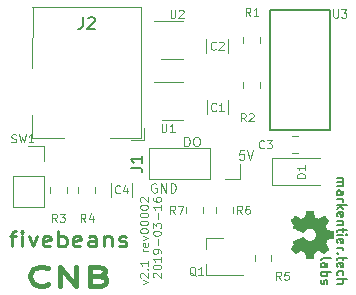
<source format=gbr>
G04 #@! TF.GenerationSoftware,KiCad,Pcbnew,(5.0.2-5)-5*
G04 #@! TF.CreationDate,2019-03-18T15:48:25+01:00*
G04 #@! TF.ProjectId,coffee-notification-button,636f6666-6565-42d6-9e6f-746966696361,00001*
G04 #@! TF.SameCoordinates,Original*
G04 #@! TF.FileFunction,Legend,Top*
G04 #@! TF.FilePolarity,Positive*
%FSLAX46Y46*%
G04 Gerber Fmt 4.6, Leading zero omitted, Abs format (unit mm)*
G04 Created by KiCad (PCBNEW (5.0.2-5)-5) date 2019 March 18, Monday 15:48:25*
%MOMM*%
%LPD*%
G01*
G04 APERTURE LIST*
%ADD10C,0.100000*%
%ADD11C,0.400000*%
%ADD12C,0.150000*%
%ADD13C,0.110000*%
%ADD14C,0.228600*%
%ADD15C,0.120000*%
%ADD16C,0.152400*%
%ADD17C,0.002540*%
G04 APERTURE END LIST*
D10*
X117031333Y-108886200D02*
X116998000Y-108852866D01*
X116964666Y-108786200D01*
X116964666Y-108619533D01*
X116998000Y-108552866D01*
X117031333Y-108519533D01*
X117098000Y-108486200D01*
X117164666Y-108486200D01*
X117264666Y-108519533D01*
X117664666Y-108919533D01*
X117664666Y-108486200D01*
X116964666Y-108052866D02*
X116964666Y-107986200D01*
X116998000Y-107919533D01*
X117031333Y-107886200D01*
X117098000Y-107852866D01*
X117231333Y-107819533D01*
X117398000Y-107819533D01*
X117531333Y-107852866D01*
X117598000Y-107886200D01*
X117631333Y-107919533D01*
X117664666Y-107986200D01*
X117664666Y-108052866D01*
X117631333Y-108119533D01*
X117598000Y-108152866D01*
X117531333Y-108186200D01*
X117398000Y-108219533D01*
X117231333Y-108219533D01*
X117098000Y-108186200D01*
X117031333Y-108152866D01*
X116998000Y-108119533D01*
X116964666Y-108052866D01*
X117664666Y-107152866D02*
X117664666Y-107552866D01*
X117664666Y-107352866D02*
X116964666Y-107352866D01*
X117064666Y-107419533D01*
X117131333Y-107486200D01*
X117164666Y-107552866D01*
X117664666Y-106819533D02*
X117664666Y-106686200D01*
X117631333Y-106619533D01*
X117598000Y-106586200D01*
X117498000Y-106519533D01*
X117364666Y-106486200D01*
X117098000Y-106486200D01*
X117031333Y-106519533D01*
X116998000Y-106552866D01*
X116964666Y-106619533D01*
X116964666Y-106752866D01*
X116998000Y-106819533D01*
X117031333Y-106852866D01*
X117098000Y-106886200D01*
X117264666Y-106886200D01*
X117331333Y-106852866D01*
X117364666Y-106819533D01*
X117398000Y-106752866D01*
X117398000Y-106619533D01*
X117364666Y-106552866D01*
X117331333Y-106519533D01*
X117264666Y-106486200D01*
X117398000Y-106186200D02*
X117398000Y-105652866D01*
X116964666Y-105186200D02*
X116964666Y-105119533D01*
X116998000Y-105052866D01*
X117031333Y-105019533D01*
X117098000Y-104986200D01*
X117231333Y-104952866D01*
X117398000Y-104952866D01*
X117531333Y-104986200D01*
X117598000Y-105019533D01*
X117631333Y-105052866D01*
X117664666Y-105119533D01*
X117664666Y-105186200D01*
X117631333Y-105252866D01*
X117598000Y-105286200D01*
X117531333Y-105319533D01*
X117398000Y-105352866D01*
X117231333Y-105352866D01*
X117098000Y-105319533D01*
X117031333Y-105286200D01*
X116998000Y-105252866D01*
X116964666Y-105186200D01*
X116964666Y-104719533D02*
X116964666Y-104286200D01*
X117231333Y-104519533D01*
X117231333Y-104419533D01*
X117264666Y-104352866D01*
X117298000Y-104319533D01*
X117364666Y-104286200D01*
X117531333Y-104286200D01*
X117598000Y-104319533D01*
X117631333Y-104352866D01*
X117664666Y-104419533D01*
X117664666Y-104619533D01*
X117631333Y-104686200D01*
X117598000Y-104719533D01*
X117398000Y-103986200D02*
X117398000Y-103452866D01*
X117664666Y-102752866D02*
X117664666Y-103152866D01*
X117664666Y-102952866D02*
X116964666Y-102952866D01*
X117064666Y-103019533D01*
X117131333Y-103086200D01*
X117164666Y-103152866D01*
X116964666Y-102152866D02*
X116964666Y-102286200D01*
X116998000Y-102352866D01*
X117031333Y-102386200D01*
X117131333Y-102452866D01*
X117264666Y-102486200D01*
X117531333Y-102486200D01*
X117598000Y-102452866D01*
X117631333Y-102419533D01*
X117664666Y-102352866D01*
X117664666Y-102219533D01*
X117631333Y-102152866D01*
X117598000Y-102119533D01*
X117531333Y-102086200D01*
X117364666Y-102086200D01*
X117298000Y-102119533D01*
X117264666Y-102152866D01*
X117231333Y-102219533D01*
X117231333Y-102352866D01*
X117264666Y-102419533D01*
X117298000Y-102452866D01*
X117364666Y-102486200D01*
D11*
X108084371Y-109435828D02*
X107970085Y-109512019D01*
X107627228Y-109588209D01*
X107398657Y-109588209D01*
X107055800Y-109512019D01*
X106827228Y-109359638D01*
X106712942Y-109207257D01*
X106598657Y-108902495D01*
X106598657Y-108673923D01*
X106712942Y-108369161D01*
X106827228Y-108216780D01*
X107055800Y-108064400D01*
X107398657Y-107988209D01*
X107627228Y-107988209D01*
X107970085Y-108064400D01*
X108084371Y-108140590D01*
X109112942Y-109588209D02*
X109112942Y-107988209D01*
X110484371Y-109588209D01*
X110484371Y-107988209D01*
X112427228Y-108750114D02*
X112770085Y-108826304D01*
X112884371Y-108902495D01*
X112998657Y-109054876D01*
X112998657Y-109283447D01*
X112884371Y-109435828D01*
X112770085Y-109512019D01*
X112541514Y-109588209D01*
X111627228Y-109588209D01*
X111627228Y-107988209D01*
X112427228Y-107988209D01*
X112655800Y-108064400D01*
X112770085Y-108140590D01*
X112884371Y-108292971D01*
X112884371Y-108445352D01*
X112770085Y-108597733D01*
X112655800Y-108673923D01*
X112427228Y-108750114D01*
X111627228Y-108750114D01*
D10*
X117246476Y-100946000D02*
X117170285Y-100907904D01*
X117056000Y-100907904D01*
X116941714Y-100946000D01*
X116865523Y-101022190D01*
X116827428Y-101098380D01*
X116789333Y-101250761D01*
X116789333Y-101365047D01*
X116827428Y-101517428D01*
X116865523Y-101593619D01*
X116941714Y-101669809D01*
X117056000Y-101707904D01*
X117132190Y-101707904D01*
X117246476Y-101669809D01*
X117284571Y-101631714D01*
X117284571Y-101365047D01*
X117132190Y-101365047D01*
X117627428Y-101707904D02*
X117627428Y-100907904D01*
X118084571Y-101707904D01*
X118084571Y-100907904D01*
X118465523Y-101707904D02*
X118465523Y-100907904D01*
X118656000Y-100907904D01*
X118770285Y-100946000D01*
X118846476Y-101022190D01*
X118884571Y-101098380D01*
X118922666Y-101250761D01*
X118922666Y-101365047D01*
X118884571Y-101517428D01*
X118846476Y-101593619D01*
X118770285Y-101669809D01*
X118656000Y-101707904D01*
X118465523Y-101707904D01*
X119640428Y-97770904D02*
X119640428Y-96970904D01*
X119830904Y-96970904D01*
X119945190Y-97009000D01*
X120021380Y-97085190D01*
X120059476Y-97161380D01*
X120097571Y-97313761D01*
X120097571Y-97428047D01*
X120059476Y-97580428D01*
X120021380Y-97656619D01*
X119945190Y-97732809D01*
X119830904Y-97770904D01*
X119640428Y-97770904D01*
X120592809Y-96970904D02*
X120745190Y-96970904D01*
X120821380Y-97009000D01*
X120897571Y-97085190D01*
X120935666Y-97237571D01*
X120935666Y-97504238D01*
X120897571Y-97656619D01*
X120821380Y-97732809D01*
X120745190Y-97770904D01*
X120592809Y-97770904D01*
X120516619Y-97732809D01*
X120440428Y-97656619D01*
X120402333Y-97504238D01*
X120402333Y-97237571D01*
X120440428Y-97085190D01*
X120516619Y-97009000D01*
X120592809Y-96970904D01*
X124688619Y-98113904D02*
X124307666Y-98113904D01*
X124269571Y-98494857D01*
X124307666Y-98456761D01*
X124383857Y-98418666D01*
X124574333Y-98418666D01*
X124650523Y-98456761D01*
X124688619Y-98494857D01*
X124726714Y-98571047D01*
X124726714Y-98761523D01*
X124688619Y-98837714D01*
X124650523Y-98875809D01*
X124574333Y-98913904D01*
X124383857Y-98913904D01*
X124307666Y-98875809D01*
X124269571Y-98837714D01*
X124955285Y-98113904D02*
X125221952Y-98913904D01*
X125488619Y-98113904D01*
D12*
X132570895Y-100500338D02*
X133104228Y-100500338D01*
X133028038Y-100500338D02*
X133066133Y-100538433D01*
X133104228Y-100614623D01*
X133104228Y-100728909D01*
X133066133Y-100805100D01*
X132989942Y-100843195D01*
X132570895Y-100843195D01*
X132989942Y-100843195D02*
X133066133Y-100881290D01*
X133104228Y-100957480D01*
X133104228Y-101071766D01*
X133066133Y-101147957D01*
X132989942Y-101186052D01*
X132570895Y-101186052D01*
X132570895Y-101909861D02*
X132989942Y-101909861D01*
X133066133Y-101871766D01*
X133104228Y-101795576D01*
X133104228Y-101643195D01*
X133066133Y-101567004D01*
X132608990Y-101909861D02*
X132570895Y-101833671D01*
X132570895Y-101643195D01*
X132608990Y-101567004D01*
X132685180Y-101528909D01*
X132761371Y-101528909D01*
X132837561Y-101567004D01*
X132875657Y-101643195D01*
X132875657Y-101833671D01*
X132913752Y-101909861D01*
X132570895Y-102290814D02*
X133104228Y-102290814D01*
X132951847Y-102290814D02*
X133028038Y-102328909D01*
X133066133Y-102367004D01*
X133104228Y-102443195D01*
X133104228Y-102519385D01*
X132570895Y-102786052D02*
X133370895Y-102786052D01*
X132875657Y-102862242D02*
X132570895Y-103090814D01*
X133104228Y-103090814D02*
X132799466Y-102786052D01*
X132608990Y-103738433D02*
X132570895Y-103662242D01*
X132570895Y-103509861D01*
X132608990Y-103433671D01*
X132685180Y-103395576D01*
X132989942Y-103395576D01*
X133066133Y-103433671D01*
X133104228Y-103509861D01*
X133104228Y-103662242D01*
X133066133Y-103738433D01*
X132989942Y-103776528D01*
X132913752Y-103776528D01*
X132837561Y-103395576D01*
X133104228Y-104119385D02*
X132570895Y-104119385D01*
X133028038Y-104119385D02*
X133066133Y-104157480D01*
X133104228Y-104233671D01*
X133104228Y-104347957D01*
X133066133Y-104424147D01*
X132989942Y-104462242D01*
X132570895Y-104462242D01*
X133104228Y-104728909D02*
X133104228Y-105033671D01*
X133370895Y-104843195D02*
X132685180Y-104843195D01*
X132608990Y-104881290D01*
X132570895Y-104957480D01*
X132570895Y-105033671D01*
X132570895Y-105300338D02*
X133104228Y-105300338D01*
X133370895Y-105300338D02*
X133332800Y-105262242D01*
X133294704Y-105300338D01*
X133332800Y-105338433D01*
X133370895Y-105300338D01*
X133294704Y-105300338D01*
X132608990Y-105986052D02*
X132570895Y-105909861D01*
X132570895Y-105757480D01*
X132608990Y-105681290D01*
X132685180Y-105643195D01*
X132989942Y-105643195D01*
X133066133Y-105681290D01*
X133104228Y-105757480D01*
X133104228Y-105909861D01*
X133066133Y-105986052D01*
X132989942Y-106024147D01*
X132913752Y-106024147D01*
X132837561Y-105643195D01*
X132570895Y-106367004D02*
X133104228Y-106367004D01*
X132951847Y-106367004D02*
X133028038Y-106405100D01*
X133066133Y-106443195D01*
X133104228Y-106519385D01*
X133104228Y-106595576D01*
X132647085Y-106862242D02*
X132608990Y-106900338D01*
X132570895Y-106862242D01*
X132608990Y-106824147D01*
X132647085Y-106862242D01*
X132570895Y-106862242D01*
X133104228Y-107128909D02*
X133104228Y-107433671D01*
X133370895Y-107243195D02*
X132685180Y-107243195D01*
X132608990Y-107281290D01*
X132570895Y-107357480D01*
X132570895Y-107433671D01*
X132608990Y-108005100D02*
X132570895Y-107928909D01*
X132570895Y-107776528D01*
X132608990Y-107700338D01*
X132685180Y-107662242D01*
X132989942Y-107662242D01*
X133066133Y-107700338D01*
X133104228Y-107776528D01*
X133104228Y-107928909D01*
X133066133Y-108005100D01*
X132989942Y-108043195D01*
X132913752Y-108043195D01*
X132837561Y-107662242D01*
X132608990Y-108728909D02*
X132570895Y-108652719D01*
X132570895Y-108500338D01*
X132608990Y-108424147D01*
X132647085Y-108386052D01*
X132723276Y-108347957D01*
X132951847Y-108347957D01*
X133028038Y-108386052D01*
X133066133Y-108424147D01*
X133104228Y-108500338D01*
X133104228Y-108652719D01*
X133066133Y-108728909D01*
X132570895Y-109071766D02*
X133370895Y-109071766D01*
X132570895Y-109414623D02*
X132989942Y-109414623D01*
X133066133Y-109376528D01*
X133104228Y-109300338D01*
X133104228Y-109186052D01*
X133066133Y-109109861D01*
X133028038Y-109071766D01*
X131220895Y-107395576D02*
X131258990Y-107319385D01*
X131335180Y-107281290D01*
X132020895Y-107281290D01*
X131220895Y-108043195D02*
X131639942Y-108043195D01*
X131716133Y-108005100D01*
X131754228Y-107928909D01*
X131754228Y-107776528D01*
X131716133Y-107700338D01*
X131258990Y-108043195D02*
X131220895Y-107967004D01*
X131220895Y-107776528D01*
X131258990Y-107700338D01*
X131335180Y-107662242D01*
X131411371Y-107662242D01*
X131487561Y-107700338D01*
X131525657Y-107776528D01*
X131525657Y-107967004D01*
X131563752Y-108043195D01*
X131220895Y-108424147D02*
X132020895Y-108424147D01*
X131716133Y-108424147D02*
X131754228Y-108500338D01*
X131754228Y-108652719D01*
X131716133Y-108728909D01*
X131678038Y-108767004D01*
X131601847Y-108805100D01*
X131373276Y-108805100D01*
X131297085Y-108767004D01*
X131258990Y-108728909D01*
X131220895Y-108652719D01*
X131220895Y-108500338D01*
X131258990Y-108424147D01*
X131258990Y-109109861D02*
X131220895Y-109186052D01*
X131220895Y-109338433D01*
X131258990Y-109414623D01*
X131335180Y-109452719D01*
X131373276Y-109452719D01*
X131449466Y-109414623D01*
X131487561Y-109338433D01*
X131487561Y-109224147D01*
X131525657Y-109147957D01*
X131601847Y-109109861D01*
X131639942Y-109109861D01*
X131716133Y-109147957D01*
X131754228Y-109224147D01*
X131754228Y-109338433D01*
X131716133Y-109414623D01*
D13*
X116105800Y-109480300D02*
X116572466Y-109313633D01*
X116105800Y-109146966D01*
X115939133Y-108913633D02*
X115905800Y-108880300D01*
X115872466Y-108813633D01*
X115872466Y-108646966D01*
X115905800Y-108580300D01*
X115939133Y-108546966D01*
X116005800Y-108513633D01*
X116072466Y-108513633D01*
X116172466Y-108546966D01*
X116572466Y-108946966D01*
X116572466Y-108513633D01*
X116505800Y-108213633D02*
X116539133Y-108180300D01*
X116572466Y-108213633D01*
X116539133Y-108246966D01*
X116505800Y-108213633D01*
X116572466Y-108213633D01*
X116572466Y-107513633D02*
X116572466Y-107913633D01*
X116572466Y-107713633D02*
X115872466Y-107713633D01*
X115972466Y-107780300D01*
X116039133Y-107846966D01*
X116072466Y-107913633D01*
X116572466Y-106680300D02*
X116105800Y-106680300D01*
X116239133Y-106680300D02*
X116172466Y-106646966D01*
X116139133Y-106613633D01*
X116105800Y-106546966D01*
X116105800Y-106480300D01*
X116539133Y-105980300D02*
X116572466Y-106046966D01*
X116572466Y-106180300D01*
X116539133Y-106246966D01*
X116472466Y-106280300D01*
X116205800Y-106280300D01*
X116139133Y-106246966D01*
X116105800Y-106180300D01*
X116105800Y-106046966D01*
X116139133Y-105980300D01*
X116205800Y-105946966D01*
X116272466Y-105946966D01*
X116339133Y-106280300D01*
X116105800Y-105713633D02*
X116572466Y-105546966D01*
X116105800Y-105380300D01*
X115872466Y-104980300D02*
X115872466Y-104913633D01*
X115905800Y-104846966D01*
X115939133Y-104813633D01*
X116005800Y-104780300D01*
X116139133Y-104746966D01*
X116305800Y-104746966D01*
X116439133Y-104780300D01*
X116505800Y-104813633D01*
X116539133Y-104846966D01*
X116572466Y-104913633D01*
X116572466Y-104980300D01*
X116539133Y-105046966D01*
X116505800Y-105080300D01*
X116439133Y-105113633D01*
X116305800Y-105146966D01*
X116139133Y-105146966D01*
X116005800Y-105113633D01*
X115939133Y-105080300D01*
X115905800Y-105046966D01*
X115872466Y-104980300D01*
X115872466Y-104313633D02*
X115872466Y-104246966D01*
X115905800Y-104180300D01*
X115939133Y-104146966D01*
X116005800Y-104113633D01*
X116139133Y-104080300D01*
X116305800Y-104080300D01*
X116439133Y-104113633D01*
X116505800Y-104146966D01*
X116539133Y-104180300D01*
X116572466Y-104246966D01*
X116572466Y-104313633D01*
X116539133Y-104380300D01*
X116505800Y-104413633D01*
X116439133Y-104446966D01*
X116305800Y-104480300D01*
X116139133Y-104480300D01*
X116005800Y-104446966D01*
X115939133Y-104413633D01*
X115905800Y-104380300D01*
X115872466Y-104313633D01*
X115872466Y-103646966D02*
X115872466Y-103580300D01*
X115905800Y-103513633D01*
X115939133Y-103480300D01*
X116005800Y-103446966D01*
X116139133Y-103413633D01*
X116305800Y-103413633D01*
X116439133Y-103446966D01*
X116505800Y-103480300D01*
X116539133Y-103513633D01*
X116572466Y-103580300D01*
X116572466Y-103646966D01*
X116539133Y-103713633D01*
X116505800Y-103746966D01*
X116439133Y-103780300D01*
X116305800Y-103813633D01*
X116139133Y-103813633D01*
X116005800Y-103780300D01*
X115939133Y-103746966D01*
X115905800Y-103713633D01*
X115872466Y-103646966D01*
X115872466Y-102980300D02*
X115872466Y-102913633D01*
X115905800Y-102846966D01*
X115939133Y-102813633D01*
X116005800Y-102780300D01*
X116139133Y-102746966D01*
X116305800Y-102746966D01*
X116439133Y-102780300D01*
X116505800Y-102813633D01*
X116539133Y-102846966D01*
X116572466Y-102913633D01*
X116572466Y-102980300D01*
X116539133Y-103046966D01*
X116505800Y-103080300D01*
X116439133Y-103113633D01*
X116305800Y-103146966D01*
X116139133Y-103146966D01*
X116005800Y-103113633D01*
X115939133Y-103080300D01*
X115905800Y-103046966D01*
X115872466Y-102980300D01*
X115939133Y-102480300D02*
X115905800Y-102446966D01*
X115872466Y-102380300D01*
X115872466Y-102213633D01*
X115905800Y-102146966D01*
X115939133Y-102113633D01*
X116005800Y-102080300D01*
X116072466Y-102080300D01*
X116172466Y-102113633D01*
X116572466Y-102513633D01*
X116572466Y-102080300D01*
D14*
X104861057Y-105417257D02*
X105417438Y-105417257D01*
X105069700Y-106263923D02*
X105069700Y-105175352D01*
X105139248Y-105054400D01*
X105278343Y-104993923D01*
X105417438Y-104993923D01*
X105904271Y-106263923D02*
X105904271Y-105417257D01*
X105904271Y-104993923D02*
X105834724Y-105054400D01*
X105904271Y-105114876D01*
X105973819Y-105054400D01*
X105904271Y-104993923D01*
X105904271Y-105114876D01*
X106460652Y-105417257D02*
X106808390Y-106263923D01*
X107156129Y-105417257D01*
X108268890Y-106203447D02*
X108129795Y-106263923D01*
X107851605Y-106263923D01*
X107712510Y-106203447D01*
X107642962Y-106082495D01*
X107642962Y-105598685D01*
X107712510Y-105477733D01*
X107851605Y-105417257D01*
X108129795Y-105417257D01*
X108268890Y-105477733D01*
X108338438Y-105598685D01*
X108338438Y-105719638D01*
X107642962Y-105840590D01*
X108964367Y-106263923D02*
X108964367Y-104993923D01*
X108964367Y-105477733D02*
X109103462Y-105417257D01*
X109381652Y-105417257D01*
X109520748Y-105477733D01*
X109590295Y-105538209D01*
X109659843Y-105659161D01*
X109659843Y-106022019D01*
X109590295Y-106142971D01*
X109520748Y-106203447D01*
X109381652Y-106263923D01*
X109103462Y-106263923D01*
X108964367Y-106203447D01*
X110842152Y-106203447D02*
X110703057Y-106263923D01*
X110424867Y-106263923D01*
X110285771Y-106203447D01*
X110216224Y-106082495D01*
X110216224Y-105598685D01*
X110285771Y-105477733D01*
X110424867Y-105417257D01*
X110703057Y-105417257D01*
X110842152Y-105477733D01*
X110911700Y-105598685D01*
X110911700Y-105719638D01*
X110216224Y-105840590D01*
X112163557Y-106263923D02*
X112163557Y-105598685D01*
X112094010Y-105477733D01*
X111954914Y-105417257D01*
X111676724Y-105417257D01*
X111537629Y-105477733D01*
X112163557Y-106203447D02*
X112024462Y-106263923D01*
X111676724Y-106263923D01*
X111537629Y-106203447D01*
X111468081Y-106082495D01*
X111468081Y-105961542D01*
X111537629Y-105840590D01*
X111676724Y-105780114D01*
X112024462Y-105780114D01*
X112163557Y-105719638D01*
X112859033Y-105417257D02*
X112859033Y-106263923D01*
X112859033Y-105538209D02*
X112928581Y-105477733D01*
X113067676Y-105417257D01*
X113276319Y-105417257D01*
X113415414Y-105477733D01*
X113484962Y-105598685D01*
X113484962Y-106263923D01*
X114110890Y-106203447D02*
X114249986Y-106263923D01*
X114528176Y-106263923D01*
X114667271Y-106203447D01*
X114736819Y-106082495D01*
X114736819Y-106022019D01*
X114667271Y-105901066D01*
X114528176Y-105840590D01*
X114319533Y-105840590D01*
X114180438Y-105780114D01*
X114110890Y-105659161D01*
X114110890Y-105598685D01*
X114180438Y-105477733D01*
X114319533Y-105417257D01*
X114528176Y-105417257D01*
X114667271Y-105477733D01*
D15*
G04 #@! TO.C,C4*
X115210000Y-100870936D02*
X115210000Y-102075064D01*
X113390000Y-100870936D02*
X113390000Y-102075064D01*
G04 #@! TO.C,J2*
X115979000Y-97071000D02*
X113379000Y-97071000D01*
X115976400Y-86011000D02*
X115979000Y-97071000D01*
X106779000Y-97071000D02*
X106779000Y-95171000D01*
X109479000Y-97071000D02*
X106779000Y-97071000D01*
X106779000Y-86011000D02*
X115979000Y-86011000D01*
X106779000Y-91171000D02*
X106781600Y-86011000D01*
X116179000Y-96221000D02*
X116179000Y-97271000D01*
X115129000Y-97271000D02*
X116179000Y-97271000D01*
D16*
G04 #@! TO.C,U3*
X129413000Y-86233000D02*
X126873000Y-86233000D01*
X126873000Y-86233000D02*
X126873000Y-88773000D01*
X126873000Y-88773000D02*
X126873000Y-96393000D01*
X126873000Y-96393000D02*
X131953000Y-96393000D01*
X131953000Y-96393000D02*
X131953000Y-86233000D01*
X131953000Y-86233000D02*
X129413000Y-86233000D01*
D15*
G04 #@! TO.C,C3*
X128770748Y-96953000D02*
X129293252Y-96953000D01*
X128770748Y-98373000D02*
X129293252Y-98373000D01*
G04 #@! TO.C,C2*
X121494775Y-88709451D02*
X121494775Y-89913579D01*
X123314775Y-88709451D02*
X123314775Y-89913579D01*
G04 #@! TO.C,C1*
X123338000Y-93885936D02*
X123338000Y-95090064D01*
X121518000Y-93885936D02*
X121518000Y-95090064D01*
G04 #@! TO.C,D1*
X131140000Y-98814000D02*
X127080000Y-98814000D01*
X127080000Y-98814000D02*
X127080000Y-101084000D01*
X127080000Y-101084000D02*
X131140000Y-101084000D01*
G04 #@! TO.C,U2*
X119494775Y-87193515D02*
X117044775Y-87193515D01*
X117694775Y-90413515D02*
X119494775Y-90413515D01*
G04 #@! TO.C,U1*
X117718000Y-95590000D02*
X119518000Y-95590000D01*
X119518000Y-92370000D02*
X117068000Y-92370000D01*
G04 #@! TO.C,R5*
X125578708Y-107503945D02*
X125578708Y-106981441D01*
X126998708Y-107503945D02*
X126998708Y-106981441D01*
G04 #@! TO.C,R4*
X110669000Y-101211748D02*
X110669000Y-101734252D01*
X112089000Y-101211748D02*
X112089000Y-101734252D01*
G04 #@! TO.C,R3*
X109676000Y-101211748D02*
X109676000Y-101734252D01*
X108256000Y-101211748D02*
X108256000Y-101734252D01*
G04 #@! TO.C,R2*
X126059000Y-92844252D02*
X126059000Y-92321748D01*
X124639000Y-92844252D02*
X124639000Y-92321748D01*
G04 #@! TO.C,R1*
X126059000Y-88511748D02*
X126059000Y-89034252D01*
X124639000Y-88511748D02*
X124639000Y-89034252D01*
G04 #@! TO.C,SW1*
X106426000Y-97730000D02*
X107756000Y-97730000D01*
X107756000Y-97730000D02*
X107756000Y-99060000D01*
X107756000Y-100330000D02*
X107756000Y-102930000D01*
X105096000Y-102930000D02*
X107756000Y-102930000D01*
X105096000Y-100330000D02*
X105096000Y-102930000D01*
X105096000Y-100330000D02*
X107756000Y-100330000D01*
G04 #@! TO.C,J1*
X121787965Y-97929572D02*
X121787965Y-100589572D01*
X121787965Y-97929572D02*
X116647965Y-97929572D01*
X116647965Y-97929572D02*
X116647965Y-100589572D01*
X121787965Y-100589572D02*
X116647965Y-100589572D01*
X124387965Y-100589572D02*
X123057965Y-100589572D01*
X124387965Y-99259572D02*
X124387965Y-100589572D01*
G04 #@! TO.C,Q1*
X121464708Y-105535693D02*
X121464708Y-106465693D01*
X121464708Y-108695693D02*
X121464708Y-107765693D01*
X121464708Y-108695693D02*
X124624708Y-108695693D01*
X121464708Y-105535693D02*
X122924708Y-105535693D01*
G04 #@! TO.C,R6*
X122347965Y-102935320D02*
X122347965Y-103457824D01*
X123767965Y-102935320D02*
X123767965Y-103457824D01*
G04 #@! TO.C,R7*
X121227965Y-102935320D02*
X121227965Y-103457824D01*
X119807965Y-102935320D02*
X119807965Y-103457824D01*
D17*
G04 #@! TO.C,G\002A\002A\002A*
G36*
X128633220Y-106469180D02*
X128643380Y-106448860D01*
X128673860Y-106400600D01*
X128717040Y-106334560D01*
X128770380Y-106255820D01*
X128823720Y-106177080D01*
X128866900Y-106111040D01*
X128897380Y-106065320D01*
X128907540Y-106047540D01*
X128905000Y-106037380D01*
X128884680Y-105999280D01*
X128856740Y-105943400D01*
X128841500Y-105912920D01*
X128818640Y-105862120D01*
X128813560Y-105836720D01*
X128821180Y-105834180D01*
X128859280Y-105813860D01*
X128925320Y-105785920D01*
X129011680Y-105747820D01*
X129113280Y-105704640D01*
X129222500Y-105658920D01*
X129334260Y-105613200D01*
X129440940Y-105567480D01*
X129537460Y-105529380D01*
X129613660Y-105496360D01*
X129669540Y-105476040D01*
X129692400Y-105468420D01*
X129697480Y-105470960D01*
X129720340Y-105496360D01*
X129753360Y-105539540D01*
X129832100Y-105636060D01*
X129948940Y-105727500D01*
X130081020Y-105785920D01*
X130228340Y-105803700D01*
X130362960Y-105788460D01*
X130492500Y-105735120D01*
X130611880Y-105643680D01*
X130698240Y-105531920D01*
X130754120Y-105402380D01*
X130771900Y-105257600D01*
X130756660Y-105117900D01*
X130703320Y-104985820D01*
X130614420Y-104866440D01*
X130556000Y-104818180D01*
X130436620Y-104749600D01*
X130309620Y-104708960D01*
X130279140Y-104706420D01*
X130136900Y-104711500D01*
X130002280Y-104752140D01*
X129882900Y-104825800D01*
X129783840Y-104929940D01*
X129773680Y-104942640D01*
X129738120Y-104990900D01*
X129715260Y-105021380D01*
X129694940Y-105046780D01*
X129263140Y-104868980D01*
X129194560Y-104841040D01*
X129077720Y-104790240D01*
X128976120Y-104747060D01*
X128894840Y-104714040D01*
X128841500Y-104688640D01*
X128818640Y-104678480D01*
X128816100Y-104663240D01*
X128828800Y-104630220D01*
X128856740Y-104569260D01*
X128877060Y-104528620D01*
X128899920Y-104482900D01*
X128907540Y-104462580D01*
X128897380Y-104444800D01*
X128869440Y-104401620D01*
X128826260Y-104338120D01*
X128775460Y-104261920D01*
X128724660Y-104188260D01*
X128678940Y-104119680D01*
X128648460Y-104071420D01*
X128635760Y-104046020D01*
X128635760Y-104043480D01*
X128648460Y-104023160D01*
X128678940Y-103982520D01*
X128734820Y-103924100D01*
X128816100Y-103842820D01*
X128828800Y-103830120D01*
X128899920Y-103761540D01*
X128958340Y-103705660D01*
X128998980Y-103667560D01*
X129016760Y-103654860D01*
X129042160Y-103667560D01*
X129090420Y-103698040D01*
X129159000Y-103743760D01*
X129237740Y-103797100D01*
X129446020Y-103939340D01*
X129641600Y-103860600D01*
X129700020Y-103837740D01*
X129773680Y-103807260D01*
X129824480Y-103784400D01*
X129847340Y-103771700D01*
X129854960Y-103751380D01*
X129867660Y-103698040D01*
X129885440Y-103619300D01*
X129900680Y-103527860D01*
X129918460Y-103438960D01*
X129933700Y-103360220D01*
X129943860Y-103301800D01*
X129948940Y-103276400D01*
X129954020Y-103271320D01*
X129966720Y-103266240D01*
X129992120Y-103261160D01*
X130040380Y-103261160D01*
X130116580Y-103258620D01*
X130228340Y-103258620D01*
X130238500Y-103258620D01*
X130345180Y-103261160D01*
X130429000Y-103261160D01*
X130482340Y-103263700D01*
X130502660Y-103268780D01*
X130510280Y-103294180D01*
X130520440Y-103350060D01*
X130538220Y-103428800D01*
X130556000Y-103525320D01*
X130556000Y-103530400D01*
X130573780Y-103624380D01*
X130591560Y-103703120D01*
X130604260Y-103759000D01*
X130611880Y-103781860D01*
X130616960Y-103786940D01*
X130655060Y-103807260D01*
X130713480Y-103835200D01*
X130784600Y-103865680D01*
X130858260Y-103896160D01*
X130926840Y-103924100D01*
X130975100Y-103941880D01*
X130997960Y-103946960D01*
X131020820Y-103931720D01*
X131071620Y-103898700D01*
X131137660Y-103852980D01*
X131218940Y-103797100D01*
X131226560Y-103794560D01*
X131305300Y-103738680D01*
X131373880Y-103695500D01*
X131422140Y-103665020D01*
X131442460Y-103654860D01*
X131445000Y-103654860D01*
X131467860Y-103672640D01*
X131513580Y-103713280D01*
X131574540Y-103771700D01*
X131645660Y-103842820D01*
X131665980Y-103865680D01*
X131742180Y-103941880D01*
X131792980Y-103995220D01*
X131818380Y-104030780D01*
X131826000Y-104046020D01*
X131823460Y-104046020D01*
X131810760Y-104071420D01*
X131777740Y-104122220D01*
X131729480Y-104190800D01*
X131676140Y-104272080D01*
X131671060Y-104277160D01*
X131617720Y-104355900D01*
X131572000Y-104421940D01*
X131541520Y-104470200D01*
X131528820Y-104490520D01*
X131528820Y-104495600D01*
X131538980Y-104526080D01*
X131556760Y-104584500D01*
X131584700Y-104653080D01*
X131615180Y-104726740D01*
X131643120Y-104795320D01*
X131665980Y-104846120D01*
X131678680Y-104868980D01*
X131681220Y-104868980D01*
X131709160Y-104879140D01*
X131770120Y-104891840D01*
X131851400Y-104909620D01*
X131950460Y-104927400D01*
X131965700Y-104929940D01*
X132059680Y-104947720D01*
X132138420Y-104962960D01*
X132194300Y-104975660D01*
X132217160Y-104980740D01*
X132219700Y-104993440D01*
X132222240Y-105041700D01*
X132224780Y-105112820D01*
X132224780Y-105199180D01*
X132224780Y-105288080D01*
X132222240Y-105374440D01*
X132219700Y-105450640D01*
X132217160Y-105503980D01*
X132212080Y-105526840D01*
X132209540Y-105529380D01*
X132181600Y-105537000D01*
X132120640Y-105549700D01*
X132039360Y-105567480D01*
X131940300Y-105585260D01*
X131922520Y-105587800D01*
X131828540Y-105605580D01*
X131749800Y-105623360D01*
X131696460Y-105633520D01*
X131676140Y-105641140D01*
X131671060Y-105648760D01*
X131653280Y-105686860D01*
X131627880Y-105750360D01*
X131594860Y-105831640D01*
X131521200Y-106014520D01*
X131676140Y-106238040D01*
X131688840Y-106258360D01*
X131744720Y-106339640D01*
X131787900Y-106405680D01*
X131818380Y-106451400D01*
X131828540Y-106471720D01*
X131808220Y-106494580D01*
X131767580Y-106540300D01*
X131706620Y-106601260D01*
X131638040Y-106669840D01*
X131584700Y-106723180D01*
X131521200Y-106784140D01*
X131480560Y-106824780D01*
X131452620Y-106845100D01*
X131434840Y-106852720D01*
X131424680Y-106850180D01*
X131401820Y-106837480D01*
X131353560Y-106804460D01*
X131284980Y-106758740D01*
X131206240Y-106702860D01*
X131137660Y-106657140D01*
X131064000Y-106608880D01*
X131010660Y-106578400D01*
X130982720Y-106565700D01*
X130972560Y-106568240D01*
X130929380Y-106586020D01*
X130860800Y-106611420D01*
X130782060Y-106644440D01*
X130604260Y-106723180D01*
X130583940Y-106840020D01*
X130568700Y-106911140D01*
X130550920Y-107010200D01*
X130533140Y-107104180D01*
X130502660Y-107251500D01*
X129964180Y-107256580D01*
X129954020Y-107233720D01*
X129946400Y-107210860D01*
X129936240Y-107157520D01*
X129921000Y-107078780D01*
X129903220Y-106987340D01*
X129887980Y-106908600D01*
X129872740Y-106829860D01*
X129862580Y-106773980D01*
X129857500Y-106748580D01*
X129847340Y-106740960D01*
X129809240Y-106720640D01*
X129748280Y-106692700D01*
X129674620Y-106662220D01*
X129600960Y-106631740D01*
X129529840Y-106603800D01*
X129476500Y-106583480D01*
X129448560Y-106575860D01*
X129428240Y-106586020D01*
X129382520Y-106616500D01*
X129316480Y-106659680D01*
X129237740Y-106713020D01*
X129159000Y-106768900D01*
X129090420Y-106812080D01*
X129042160Y-106845100D01*
X129021840Y-106857800D01*
X129006600Y-106850180D01*
X128968500Y-106819700D01*
X128907540Y-106761280D01*
X128818640Y-106672380D01*
X128805940Y-106657140D01*
X128737360Y-106588560D01*
X128684020Y-106527600D01*
X128645920Y-106486960D01*
X128633220Y-106469180D01*
X128633220Y-106469180D01*
G37*
X128633220Y-106469180D02*
X128643380Y-106448860D01*
X128673860Y-106400600D01*
X128717040Y-106334560D01*
X128770380Y-106255820D01*
X128823720Y-106177080D01*
X128866900Y-106111040D01*
X128897380Y-106065320D01*
X128907540Y-106047540D01*
X128905000Y-106037380D01*
X128884680Y-105999280D01*
X128856740Y-105943400D01*
X128841500Y-105912920D01*
X128818640Y-105862120D01*
X128813560Y-105836720D01*
X128821180Y-105834180D01*
X128859280Y-105813860D01*
X128925320Y-105785920D01*
X129011680Y-105747820D01*
X129113280Y-105704640D01*
X129222500Y-105658920D01*
X129334260Y-105613200D01*
X129440940Y-105567480D01*
X129537460Y-105529380D01*
X129613660Y-105496360D01*
X129669540Y-105476040D01*
X129692400Y-105468420D01*
X129697480Y-105470960D01*
X129720340Y-105496360D01*
X129753360Y-105539540D01*
X129832100Y-105636060D01*
X129948940Y-105727500D01*
X130081020Y-105785920D01*
X130228340Y-105803700D01*
X130362960Y-105788460D01*
X130492500Y-105735120D01*
X130611880Y-105643680D01*
X130698240Y-105531920D01*
X130754120Y-105402380D01*
X130771900Y-105257600D01*
X130756660Y-105117900D01*
X130703320Y-104985820D01*
X130614420Y-104866440D01*
X130556000Y-104818180D01*
X130436620Y-104749600D01*
X130309620Y-104708960D01*
X130279140Y-104706420D01*
X130136900Y-104711500D01*
X130002280Y-104752140D01*
X129882900Y-104825800D01*
X129783840Y-104929940D01*
X129773680Y-104942640D01*
X129738120Y-104990900D01*
X129715260Y-105021380D01*
X129694940Y-105046780D01*
X129263140Y-104868980D01*
X129194560Y-104841040D01*
X129077720Y-104790240D01*
X128976120Y-104747060D01*
X128894840Y-104714040D01*
X128841500Y-104688640D01*
X128818640Y-104678480D01*
X128816100Y-104663240D01*
X128828800Y-104630220D01*
X128856740Y-104569260D01*
X128877060Y-104528620D01*
X128899920Y-104482900D01*
X128907540Y-104462580D01*
X128897380Y-104444800D01*
X128869440Y-104401620D01*
X128826260Y-104338120D01*
X128775460Y-104261920D01*
X128724660Y-104188260D01*
X128678940Y-104119680D01*
X128648460Y-104071420D01*
X128635760Y-104046020D01*
X128635760Y-104043480D01*
X128648460Y-104023160D01*
X128678940Y-103982520D01*
X128734820Y-103924100D01*
X128816100Y-103842820D01*
X128828800Y-103830120D01*
X128899920Y-103761540D01*
X128958340Y-103705660D01*
X128998980Y-103667560D01*
X129016760Y-103654860D01*
X129042160Y-103667560D01*
X129090420Y-103698040D01*
X129159000Y-103743760D01*
X129237740Y-103797100D01*
X129446020Y-103939340D01*
X129641600Y-103860600D01*
X129700020Y-103837740D01*
X129773680Y-103807260D01*
X129824480Y-103784400D01*
X129847340Y-103771700D01*
X129854960Y-103751380D01*
X129867660Y-103698040D01*
X129885440Y-103619300D01*
X129900680Y-103527860D01*
X129918460Y-103438960D01*
X129933700Y-103360220D01*
X129943860Y-103301800D01*
X129948940Y-103276400D01*
X129954020Y-103271320D01*
X129966720Y-103266240D01*
X129992120Y-103261160D01*
X130040380Y-103261160D01*
X130116580Y-103258620D01*
X130228340Y-103258620D01*
X130238500Y-103258620D01*
X130345180Y-103261160D01*
X130429000Y-103261160D01*
X130482340Y-103263700D01*
X130502660Y-103268780D01*
X130510280Y-103294180D01*
X130520440Y-103350060D01*
X130538220Y-103428800D01*
X130556000Y-103525320D01*
X130556000Y-103530400D01*
X130573780Y-103624380D01*
X130591560Y-103703120D01*
X130604260Y-103759000D01*
X130611880Y-103781860D01*
X130616960Y-103786940D01*
X130655060Y-103807260D01*
X130713480Y-103835200D01*
X130784600Y-103865680D01*
X130858260Y-103896160D01*
X130926840Y-103924100D01*
X130975100Y-103941880D01*
X130997960Y-103946960D01*
X131020820Y-103931720D01*
X131071620Y-103898700D01*
X131137660Y-103852980D01*
X131218940Y-103797100D01*
X131226560Y-103794560D01*
X131305300Y-103738680D01*
X131373880Y-103695500D01*
X131422140Y-103665020D01*
X131442460Y-103654860D01*
X131445000Y-103654860D01*
X131467860Y-103672640D01*
X131513580Y-103713280D01*
X131574540Y-103771700D01*
X131645660Y-103842820D01*
X131665980Y-103865680D01*
X131742180Y-103941880D01*
X131792980Y-103995220D01*
X131818380Y-104030780D01*
X131826000Y-104046020D01*
X131823460Y-104046020D01*
X131810760Y-104071420D01*
X131777740Y-104122220D01*
X131729480Y-104190800D01*
X131676140Y-104272080D01*
X131671060Y-104277160D01*
X131617720Y-104355900D01*
X131572000Y-104421940D01*
X131541520Y-104470200D01*
X131528820Y-104490520D01*
X131528820Y-104495600D01*
X131538980Y-104526080D01*
X131556760Y-104584500D01*
X131584700Y-104653080D01*
X131615180Y-104726740D01*
X131643120Y-104795320D01*
X131665980Y-104846120D01*
X131678680Y-104868980D01*
X131681220Y-104868980D01*
X131709160Y-104879140D01*
X131770120Y-104891840D01*
X131851400Y-104909620D01*
X131950460Y-104927400D01*
X131965700Y-104929940D01*
X132059680Y-104947720D01*
X132138420Y-104962960D01*
X132194300Y-104975660D01*
X132217160Y-104980740D01*
X132219700Y-104993440D01*
X132222240Y-105041700D01*
X132224780Y-105112820D01*
X132224780Y-105199180D01*
X132224780Y-105288080D01*
X132222240Y-105374440D01*
X132219700Y-105450640D01*
X132217160Y-105503980D01*
X132212080Y-105526840D01*
X132209540Y-105529380D01*
X132181600Y-105537000D01*
X132120640Y-105549700D01*
X132039360Y-105567480D01*
X131940300Y-105585260D01*
X131922520Y-105587800D01*
X131828540Y-105605580D01*
X131749800Y-105623360D01*
X131696460Y-105633520D01*
X131676140Y-105641140D01*
X131671060Y-105648760D01*
X131653280Y-105686860D01*
X131627880Y-105750360D01*
X131594860Y-105831640D01*
X131521200Y-106014520D01*
X131676140Y-106238040D01*
X131688840Y-106258360D01*
X131744720Y-106339640D01*
X131787900Y-106405680D01*
X131818380Y-106451400D01*
X131828540Y-106471720D01*
X131808220Y-106494580D01*
X131767580Y-106540300D01*
X131706620Y-106601260D01*
X131638040Y-106669840D01*
X131584700Y-106723180D01*
X131521200Y-106784140D01*
X131480560Y-106824780D01*
X131452620Y-106845100D01*
X131434840Y-106852720D01*
X131424680Y-106850180D01*
X131401820Y-106837480D01*
X131353560Y-106804460D01*
X131284980Y-106758740D01*
X131206240Y-106702860D01*
X131137660Y-106657140D01*
X131064000Y-106608880D01*
X131010660Y-106578400D01*
X130982720Y-106565700D01*
X130972560Y-106568240D01*
X130929380Y-106586020D01*
X130860800Y-106611420D01*
X130782060Y-106644440D01*
X130604260Y-106723180D01*
X130583940Y-106840020D01*
X130568700Y-106911140D01*
X130550920Y-107010200D01*
X130533140Y-107104180D01*
X130502660Y-107251500D01*
X129964180Y-107256580D01*
X129954020Y-107233720D01*
X129946400Y-107210860D01*
X129936240Y-107157520D01*
X129921000Y-107078780D01*
X129903220Y-106987340D01*
X129887980Y-106908600D01*
X129872740Y-106829860D01*
X129862580Y-106773980D01*
X129857500Y-106748580D01*
X129847340Y-106740960D01*
X129809240Y-106720640D01*
X129748280Y-106692700D01*
X129674620Y-106662220D01*
X129600960Y-106631740D01*
X129529840Y-106603800D01*
X129476500Y-106583480D01*
X129448560Y-106575860D01*
X129428240Y-106586020D01*
X129382520Y-106616500D01*
X129316480Y-106659680D01*
X129237740Y-106713020D01*
X129159000Y-106768900D01*
X129090420Y-106812080D01*
X129042160Y-106845100D01*
X129021840Y-106857800D01*
X129006600Y-106850180D01*
X128968500Y-106819700D01*
X128907540Y-106761280D01*
X128818640Y-106672380D01*
X128805940Y-106657140D01*
X128737360Y-106588560D01*
X128684020Y-106527600D01*
X128645920Y-106486960D01*
X128633220Y-106469180D01*
G04 #@! TO.C,C4*
D10*
X114183333Y-101723000D02*
X114150000Y-101756333D01*
X114050000Y-101789666D01*
X113983333Y-101789666D01*
X113883333Y-101756333D01*
X113816666Y-101689666D01*
X113783333Y-101623000D01*
X113750000Y-101489666D01*
X113750000Y-101389666D01*
X113783333Y-101256333D01*
X113816666Y-101189666D01*
X113883333Y-101123000D01*
X113983333Y-101089666D01*
X114050000Y-101089666D01*
X114150000Y-101123000D01*
X114183333Y-101156333D01*
X114783333Y-101323000D02*
X114783333Y-101789666D01*
X114616666Y-101056333D02*
X114450000Y-101556333D01*
X114883333Y-101556333D01*
G04 #@! TO.C,J2*
D12*
X111045666Y-86860380D02*
X111045666Y-87574666D01*
X110998047Y-87717523D01*
X110902809Y-87812761D01*
X110759952Y-87860380D01*
X110664714Y-87860380D01*
X111474238Y-86955619D02*
X111521857Y-86908000D01*
X111617095Y-86860380D01*
X111855190Y-86860380D01*
X111950428Y-86908000D01*
X111998047Y-86955619D01*
X112045666Y-87050857D01*
X112045666Y-87146095D01*
X111998047Y-87288952D01*
X111426619Y-87860380D01*
X112045666Y-87860380D01*
G04 #@! TO.C,U3*
D10*
X132257866Y-86205266D02*
X132257866Y-86771933D01*
X132291200Y-86838600D01*
X132324533Y-86871933D01*
X132391200Y-86905266D01*
X132524533Y-86905266D01*
X132591200Y-86871933D01*
X132624533Y-86838600D01*
X132657866Y-86771933D01*
X132657866Y-86205266D01*
X132924533Y-86205266D02*
X133357866Y-86205266D01*
X133124533Y-86471933D01*
X133224533Y-86471933D01*
X133291200Y-86505266D01*
X133324533Y-86538600D01*
X133357866Y-86605266D01*
X133357866Y-86771933D01*
X133324533Y-86838600D01*
X133291200Y-86871933D01*
X133224533Y-86905266D01*
X133024533Y-86905266D01*
X132957866Y-86871933D01*
X132924533Y-86838600D01*
G04 #@! TO.C,C3*
X126375333Y-97913000D02*
X126342000Y-97946333D01*
X126242000Y-97979666D01*
X126175333Y-97979666D01*
X126075333Y-97946333D01*
X126008666Y-97879666D01*
X125975333Y-97813000D01*
X125942000Y-97679666D01*
X125942000Y-97579666D01*
X125975333Y-97446333D01*
X126008666Y-97379666D01*
X126075333Y-97313000D01*
X126175333Y-97279666D01*
X126242000Y-97279666D01*
X126342000Y-97313000D01*
X126375333Y-97346333D01*
X126608666Y-97279666D02*
X127042000Y-97279666D01*
X126808666Y-97546333D01*
X126908666Y-97546333D01*
X126975333Y-97579666D01*
X127008666Y-97613000D01*
X127042000Y-97679666D01*
X127042000Y-97846333D01*
X127008666Y-97913000D01*
X126975333Y-97946333D01*
X126908666Y-97979666D01*
X126708666Y-97979666D01*
X126642000Y-97946333D01*
X126608666Y-97913000D01*
G04 #@! TO.C,C2*
X122288108Y-89561515D02*
X122254775Y-89594848D01*
X122154775Y-89628181D01*
X122088108Y-89628181D01*
X121988108Y-89594848D01*
X121921441Y-89528181D01*
X121888108Y-89461515D01*
X121854775Y-89328181D01*
X121854775Y-89228181D01*
X121888108Y-89094848D01*
X121921441Y-89028181D01*
X121988108Y-88961515D01*
X122088108Y-88928181D01*
X122154775Y-88928181D01*
X122254775Y-88961515D01*
X122288108Y-88994848D01*
X122554775Y-88994848D02*
X122588108Y-88961515D01*
X122654775Y-88928181D01*
X122821441Y-88928181D01*
X122888108Y-88961515D01*
X122921441Y-88994848D01*
X122954775Y-89061515D01*
X122954775Y-89128181D01*
X122921441Y-89228181D01*
X122521441Y-89628181D01*
X122954775Y-89628181D01*
G04 #@! TO.C,C1*
X122311333Y-94738000D02*
X122278000Y-94771333D01*
X122178000Y-94804666D01*
X122111333Y-94804666D01*
X122011333Y-94771333D01*
X121944666Y-94704666D01*
X121911333Y-94638000D01*
X121878000Y-94504666D01*
X121878000Y-94404666D01*
X121911333Y-94271333D01*
X121944666Y-94204666D01*
X122011333Y-94138000D01*
X122111333Y-94104666D01*
X122178000Y-94104666D01*
X122278000Y-94138000D01*
X122311333Y-94171333D01*
X122978000Y-94804666D02*
X122578000Y-94804666D01*
X122778000Y-94804666D02*
X122778000Y-94104666D01*
X122711333Y-94204666D01*
X122644666Y-94271333D01*
X122578000Y-94304666D01*
G04 #@! TO.C,D1*
X129856666Y-100465666D02*
X129156666Y-100465666D01*
X129156666Y-100299000D01*
X129190000Y-100199000D01*
X129256666Y-100132333D01*
X129323333Y-100099000D01*
X129456666Y-100065666D01*
X129556666Y-100065666D01*
X129690000Y-100099000D01*
X129756666Y-100132333D01*
X129823333Y-100199000D01*
X129856666Y-100299000D01*
X129856666Y-100465666D01*
X129856666Y-99399000D02*
X129856666Y-99799000D01*
X129856666Y-99599000D02*
X129156666Y-99599000D01*
X129256666Y-99665666D01*
X129323333Y-99732333D01*
X129356666Y-99799000D01*
G04 #@! TO.C,U2*
X118465666Y-86230666D02*
X118465666Y-86797333D01*
X118499000Y-86864000D01*
X118532333Y-86897333D01*
X118599000Y-86930666D01*
X118732333Y-86930666D01*
X118799000Y-86897333D01*
X118832333Y-86864000D01*
X118865666Y-86797333D01*
X118865666Y-86230666D01*
X119165666Y-86297333D02*
X119199000Y-86264000D01*
X119265666Y-86230666D01*
X119432333Y-86230666D01*
X119499000Y-86264000D01*
X119532333Y-86297333D01*
X119565666Y-86364000D01*
X119565666Y-86430666D01*
X119532333Y-86530666D01*
X119132333Y-86930666D01*
X119565666Y-86930666D01*
G04 #@! TO.C,U1*
X117703666Y-95882666D02*
X117703666Y-96449333D01*
X117737000Y-96516000D01*
X117770333Y-96549333D01*
X117837000Y-96582666D01*
X117970333Y-96582666D01*
X118037000Y-96549333D01*
X118070333Y-96516000D01*
X118103666Y-96449333D01*
X118103666Y-95882666D01*
X118803666Y-96582666D02*
X118403666Y-96582666D01*
X118603666Y-96582666D02*
X118603666Y-95882666D01*
X118537000Y-95982666D01*
X118470333Y-96049333D01*
X118403666Y-96082666D01*
G04 #@! TO.C,R5*
X127823133Y-109104866D02*
X127589800Y-108771533D01*
X127423133Y-109104866D02*
X127423133Y-108404866D01*
X127689800Y-108404866D01*
X127756466Y-108438200D01*
X127789800Y-108471533D01*
X127823133Y-108538200D01*
X127823133Y-108638200D01*
X127789800Y-108704866D01*
X127756466Y-108738200D01*
X127689800Y-108771533D01*
X127423133Y-108771533D01*
X128456466Y-108404866D02*
X128123133Y-108404866D01*
X128089800Y-108738200D01*
X128123133Y-108704866D01*
X128189800Y-108671533D01*
X128356466Y-108671533D01*
X128423133Y-108704866D01*
X128456466Y-108738200D01*
X128489800Y-108804866D01*
X128489800Y-108971533D01*
X128456466Y-109038200D01*
X128423133Y-109071533D01*
X128356466Y-109104866D01*
X128189800Y-109104866D01*
X128123133Y-109071533D01*
X128089800Y-109038200D01*
G04 #@! TO.C,R4*
X111262333Y-104202666D02*
X111029000Y-103869333D01*
X110862333Y-104202666D02*
X110862333Y-103502666D01*
X111129000Y-103502666D01*
X111195666Y-103536000D01*
X111229000Y-103569333D01*
X111262333Y-103636000D01*
X111262333Y-103736000D01*
X111229000Y-103802666D01*
X111195666Y-103836000D01*
X111129000Y-103869333D01*
X110862333Y-103869333D01*
X111862333Y-103736000D02*
X111862333Y-104202666D01*
X111695666Y-103469333D02*
X111529000Y-103969333D01*
X111962333Y-103969333D01*
G04 #@! TO.C,R3*
X108849333Y-104202666D02*
X108616000Y-103869333D01*
X108449333Y-104202666D02*
X108449333Y-103502666D01*
X108716000Y-103502666D01*
X108782666Y-103536000D01*
X108816000Y-103569333D01*
X108849333Y-103636000D01*
X108849333Y-103736000D01*
X108816000Y-103802666D01*
X108782666Y-103836000D01*
X108716000Y-103869333D01*
X108449333Y-103869333D01*
X109082666Y-103502666D02*
X109516000Y-103502666D01*
X109282666Y-103769333D01*
X109382666Y-103769333D01*
X109449333Y-103802666D01*
X109482666Y-103836000D01*
X109516000Y-103902666D01*
X109516000Y-104069333D01*
X109482666Y-104136000D01*
X109449333Y-104169333D01*
X109382666Y-104202666D01*
X109182666Y-104202666D01*
X109116000Y-104169333D01*
X109082666Y-104136000D01*
G04 #@! TO.C,R2*
X124825933Y-95693666D02*
X124592600Y-95360333D01*
X124425933Y-95693666D02*
X124425933Y-94993666D01*
X124692600Y-94993666D01*
X124759266Y-95027000D01*
X124792600Y-95060333D01*
X124825933Y-95127000D01*
X124825933Y-95227000D01*
X124792600Y-95293666D01*
X124759266Y-95327000D01*
X124692600Y-95360333D01*
X124425933Y-95360333D01*
X125092600Y-95060333D02*
X125125933Y-95027000D01*
X125192600Y-94993666D01*
X125359266Y-94993666D01*
X125425933Y-95027000D01*
X125459266Y-95060333D01*
X125492600Y-95127000D01*
X125492600Y-95193666D01*
X125459266Y-95293666D01*
X125059266Y-95693666D01*
X125492600Y-95693666D01*
G04 #@! TO.C,R1*
X125232333Y-86752866D02*
X124999000Y-86419533D01*
X124832333Y-86752866D02*
X124832333Y-86052866D01*
X125099000Y-86052866D01*
X125165666Y-86086200D01*
X125199000Y-86119533D01*
X125232333Y-86186200D01*
X125232333Y-86286200D01*
X125199000Y-86352866D01*
X125165666Y-86386200D01*
X125099000Y-86419533D01*
X124832333Y-86419533D01*
X125899000Y-86752866D02*
X125499000Y-86752866D01*
X125699000Y-86752866D02*
X125699000Y-86052866D01*
X125632333Y-86152866D01*
X125565666Y-86219533D01*
X125499000Y-86252866D01*
G04 #@! TO.C,SW1*
X104984666Y-97438333D02*
X105084666Y-97471666D01*
X105251333Y-97471666D01*
X105318000Y-97438333D01*
X105351333Y-97405000D01*
X105384666Y-97338333D01*
X105384666Y-97271666D01*
X105351333Y-97205000D01*
X105318000Y-97171666D01*
X105251333Y-97138333D01*
X105118000Y-97105000D01*
X105051333Y-97071666D01*
X105018000Y-97038333D01*
X104984666Y-96971666D01*
X104984666Y-96905000D01*
X105018000Y-96838333D01*
X105051333Y-96805000D01*
X105118000Y-96771666D01*
X105284666Y-96771666D01*
X105384666Y-96805000D01*
X105618000Y-96771666D02*
X105784666Y-97471666D01*
X105918000Y-96971666D01*
X106051333Y-97471666D01*
X106218000Y-96771666D01*
X106851333Y-97471666D02*
X106451333Y-97471666D01*
X106651333Y-97471666D02*
X106651333Y-96771666D01*
X106584666Y-96871666D01*
X106518000Y-96938333D01*
X106451333Y-96971666D01*
G04 #@! TO.C,J1*
D12*
X115080315Y-99625977D02*
X115794601Y-99625977D01*
X115937458Y-99673596D01*
X116032696Y-99768834D01*
X116080315Y-99911691D01*
X116080315Y-100006929D01*
X116080315Y-98625977D02*
X116080315Y-99197405D01*
X116080315Y-98911691D02*
X115080315Y-98911691D01*
X115223173Y-99006929D01*
X115318411Y-99102167D01*
X115366030Y-99197405D01*
G04 #@! TO.C,Q1*
D10*
X120583333Y-108765133D02*
X120516666Y-108731800D01*
X120450000Y-108665133D01*
X120350000Y-108565133D01*
X120283333Y-108531800D01*
X120216666Y-108531800D01*
X120250000Y-108698466D02*
X120183333Y-108665133D01*
X120116666Y-108598466D01*
X120083333Y-108465133D01*
X120083333Y-108231800D01*
X120116666Y-108098466D01*
X120183333Y-108031800D01*
X120250000Y-107998466D01*
X120383333Y-107998466D01*
X120450000Y-108031800D01*
X120516666Y-108098466D01*
X120550000Y-108231800D01*
X120550000Y-108465133D01*
X120516666Y-108598466D01*
X120450000Y-108665133D01*
X120383333Y-108698466D01*
X120250000Y-108698466D01*
X121216666Y-108698466D02*
X120816666Y-108698466D01*
X121016666Y-108698466D02*
X121016666Y-107998466D01*
X120950000Y-108098466D01*
X120883333Y-108165133D01*
X120816666Y-108198466D01*
G04 #@! TO.C,R6*
X124521133Y-103516866D02*
X124287800Y-103183533D01*
X124121133Y-103516866D02*
X124121133Y-102816866D01*
X124387800Y-102816866D01*
X124454466Y-102850200D01*
X124487800Y-102883533D01*
X124521133Y-102950200D01*
X124521133Y-103050200D01*
X124487800Y-103116866D01*
X124454466Y-103150200D01*
X124387800Y-103183533D01*
X124121133Y-103183533D01*
X125121133Y-102816866D02*
X124987800Y-102816866D01*
X124921133Y-102850200D01*
X124887800Y-102883533D01*
X124821133Y-102983533D01*
X124787800Y-103116866D01*
X124787800Y-103383533D01*
X124821133Y-103450200D01*
X124854466Y-103483533D01*
X124921133Y-103516866D01*
X125054466Y-103516866D01*
X125121133Y-103483533D01*
X125154466Y-103450200D01*
X125187800Y-103383533D01*
X125187800Y-103216866D01*
X125154466Y-103150200D01*
X125121133Y-103116866D01*
X125054466Y-103083533D01*
X124921133Y-103083533D01*
X124854466Y-103116866D01*
X124821133Y-103150200D01*
X124787800Y-103216866D01*
G04 #@! TO.C,R7*
X118856933Y-103516866D02*
X118623600Y-103183533D01*
X118456933Y-103516866D02*
X118456933Y-102816866D01*
X118723600Y-102816866D01*
X118790266Y-102850200D01*
X118823600Y-102883533D01*
X118856933Y-102950200D01*
X118856933Y-103050200D01*
X118823600Y-103116866D01*
X118790266Y-103150200D01*
X118723600Y-103183533D01*
X118456933Y-103183533D01*
X119090266Y-102816866D02*
X119556933Y-102816866D01*
X119256933Y-103516866D01*
G04 #@! TD*
M02*

</source>
